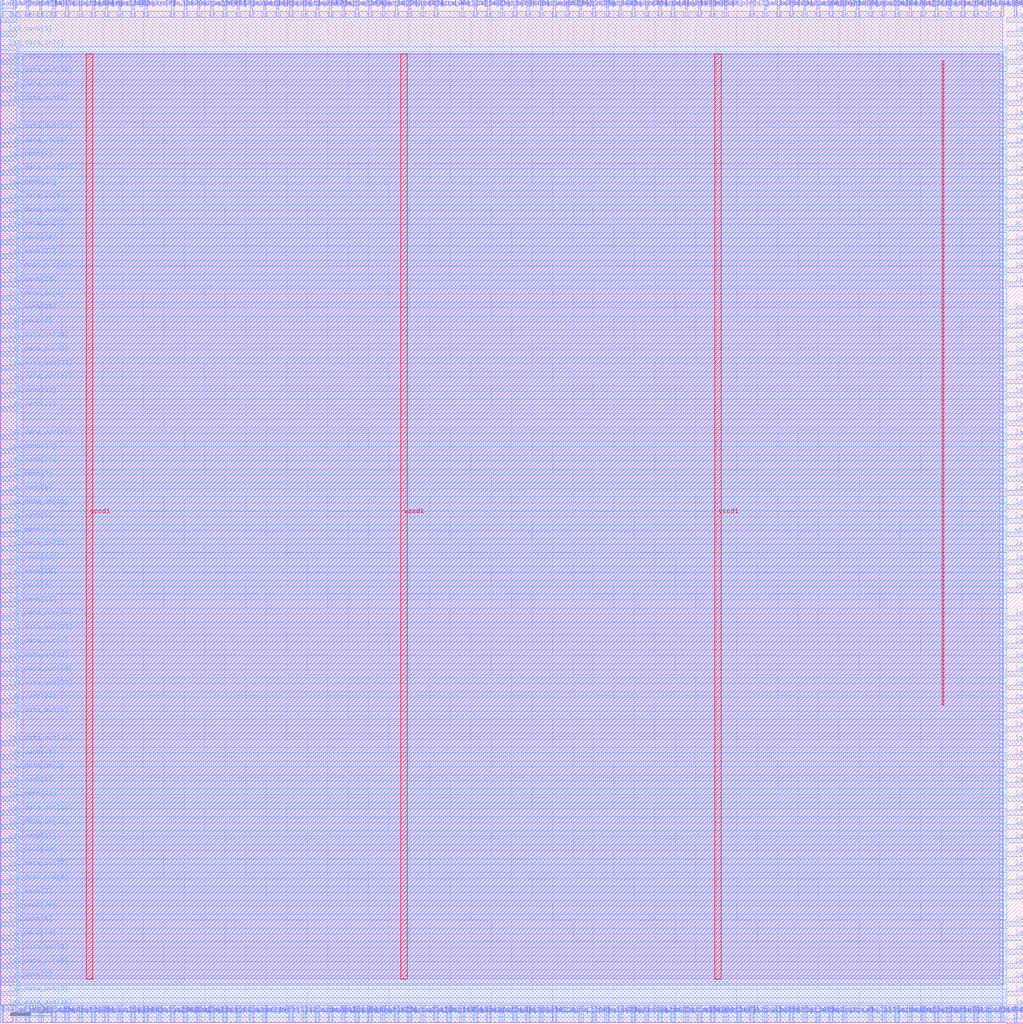
<source format=lef>
VERSION 5.7 ;
  NOWIREEXTENSIONATPIN ON ;
  DIVIDERCHAR "/" ;
  BUSBITCHARS "[]" ;
MACRO wrapped_instrumented_adder
  CLASS BLOCK ;
  FOREIGN wrapped_instrumented_adder ;
  ORIGIN 0.000 0.000 ;
  SIZE 250.000 BY 250.000 ;
  PIN active
    DIRECTION INPUT ;
    USE SIGNAL ;
    PORT
      LAYER met3 ;
        RECT 246.000 193.540 250.000 194.740 ;
    END
  END active
  PIN la1_data_in[0]
    DIRECTION INPUT ;
    USE SIGNAL ;
    PORT
      LAYER met2 ;
        RECT 64.350 246.000 64.910 250.000 ;
    END
  END la1_data_in[0]
  PIN la1_data_in[10]
    DIRECTION INPUT ;
    USE SIGNAL ;
    PORT
      LAYER met3 ;
        RECT 0.000 162.940 4.000 164.140 ;
    END
  END la1_data_in[10]
  PIN la1_data_in[11]
    DIRECTION INPUT ;
    USE SIGNAL ;
    PORT
      LAYER met3 ;
        RECT 0.000 125.540 4.000 126.740 ;
    END
  END la1_data_in[11]
  PIN la1_data_in[12]
    DIRECTION INPUT ;
    USE SIGNAL ;
    PORT
      LAYER met2 ;
        RECT 12.830 246.000 13.390 250.000 ;
    END
  END la1_data_in[12]
  PIN la1_data_in[13]
    DIRECTION INPUT ;
    USE SIGNAL ;
    PORT
      LAYER met3 ;
        RECT 246.000 169.740 250.000 170.940 ;
    END
  END la1_data_in[13]
  PIN la1_data_in[14]
    DIRECTION INPUT ;
    USE SIGNAL ;
    PORT
      LAYER met2 ;
        RECT 148.070 0.000 148.630 4.000 ;
    END
  END la1_data_in[14]
  PIN la1_data_in[15]
    DIRECTION INPUT ;
    USE SIGNAL ;
    PORT
      LAYER met2 ;
        RECT 77.230 0.000 77.790 4.000 ;
    END
  END la1_data_in[15]
  PIN la1_data_in[16]
    DIRECTION INPUT ;
    USE SIGNAL ;
    PORT
      LAYER met2 ;
        RECT 148.070 246.000 148.630 250.000 ;
    END
  END la1_data_in[16]
  PIN la1_data_in[17]
    DIRECTION INPUT ;
    USE SIGNAL ;
    PORT
      LAYER met2 ;
        RECT 93.330 246.000 93.890 250.000 ;
    END
  END la1_data_in[17]
  PIN la1_data_in[18]
    DIRECTION INPUT ;
    USE SIGNAL ;
    PORT
      LAYER met3 ;
        RECT 0.000 166.340 4.000 167.540 ;
    END
  END la1_data_in[18]
  PIN la1_data_in[19]
    DIRECTION INPUT ;
    USE SIGNAL ;
    PORT
      LAYER met3 ;
        RECT 246.000 20.140 250.000 21.340 ;
    END
  END la1_data_in[19]
  PIN la1_data_in[1]
    DIRECTION INPUT ;
    USE SIGNAL ;
    PORT
      LAYER met2 ;
        RECT 109.430 0.000 109.990 4.000 ;
    END
  END la1_data_in[1]
  PIN la1_data_in[20]
    DIRECTION INPUT ;
    USE SIGNAL ;
    PORT
      LAYER met2 ;
        RECT 180.270 0.000 180.830 4.000 ;
    END
  END la1_data_in[20]
  PIN la1_data_in[21]
    DIRECTION INPUT ;
    USE SIGNAL ;
    PORT
      LAYER met3 ;
        RECT 246.000 47.340 250.000 48.540 ;
    END
  END la1_data_in[21]
  PIN la1_data_in[22]
    DIRECTION INPUT ;
    USE SIGNAL ;
    PORT
      LAYER met2 ;
        RECT 235.010 0.000 235.570 4.000 ;
    END
  END la1_data_in[22]
  PIN la1_data_in[23]
    DIRECTION INPUT ;
    USE SIGNAL ;
    PORT
      LAYER met2 ;
        RECT 218.910 0.000 219.470 4.000 ;
    END
  END la1_data_in[23]
  PIN la1_data_in[24]
    DIRECTION INPUT ;
    USE SIGNAL ;
    PORT
      LAYER met3 ;
        RECT 246.000 3.140 250.000 4.340 ;
    END
  END la1_data_in[24]
  PIN la1_data_in[25]
    DIRECTION INPUT ;
    USE SIGNAL ;
    PORT
      LAYER met2 ;
        RECT 241.450 0.000 242.010 4.000 ;
    END
  END la1_data_in[25]
  PIN la1_data_in[26]
    DIRECTION INPUT ;
    USE SIGNAL ;
    PORT
      LAYER met3 ;
        RECT 0.000 213.940 4.000 215.140 ;
    END
  END la1_data_in[26]
  PIN la1_data_in[27]
    DIRECTION INPUT ;
    USE SIGNAL ;
    PORT
      LAYER met3 ;
        RECT 246.000 230.940 250.000 232.140 ;
    END
  END la1_data_in[27]
  PIN la1_data_in[28]
    DIRECTION INPUT ;
    USE SIGNAL ;
    PORT
      LAYER met3 ;
        RECT 246.000 145.940 250.000 147.140 ;
    END
  END la1_data_in[28]
  PIN la1_data_in[29]
    DIRECTION INPUT ;
    USE SIGNAL ;
    PORT
      LAYER met3 ;
        RECT 246.000 115.340 250.000 116.540 ;
    END
  END la1_data_in[29]
  PIN la1_data_in[2]
    DIRECTION INPUT ;
    USE SIGNAL ;
    PORT
      LAYER met2 ;
        RECT 25.710 0.000 26.270 4.000 ;
    END
  END la1_data_in[2]
  PIN la1_data_in[30]
    DIRECTION INPUT ;
    USE SIGNAL ;
    PORT
      LAYER met3 ;
        RECT 246.000 37.140 250.000 38.340 ;
    END
  END la1_data_in[30]
  PIN la1_data_in[31]
    DIRECTION INPUT ;
    USE SIGNAL ;
    PORT
      LAYER met2 ;
        RECT 9.610 246.000 10.170 250.000 ;
    END
  END la1_data_in[31]
  PIN la1_data_in[3]
    DIRECTION INPUT ;
    USE SIGNAL ;
    PORT
      LAYER met2 ;
        RECT 206.030 0.000 206.590 4.000 ;
    END
  END la1_data_in[3]
  PIN la1_data_in[4]
    DIRECTION INPUT ;
    USE SIGNAL ;
    PORT
      LAYER met2 ;
        RECT 199.590 0.000 200.150 4.000 ;
    END
  END la1_data_in[4]
  PIN la1_data_in[5]
    DIRECTION INPUT ;
    USE SIGNAL ;
    PORT
      LAYER met3 ;
        RECT 246.000 166.340 250.000 167.540 ;
    END
  END la1_data_in[5]
  PIN la1_data_in[6]
    DIRECTION INPUT ;
    USE SIGNAL ;
    PORT
      LAYER met3 ;
        RECT 246.000 43.940 250.000 45.140 ;
    END
  END la1_data_in[6]
  PIN la1_data_in[7]
    DIRECTION INPUT ;
    USE SIGNAL ;
    PORT
      LAYER met3 ;
        RECT 0.000 193.540 4.000 194.740 ;
    END
  END la1_data_in[7]
  PIN la1_data_in[8]
    DIRECTION INPUT ;
    USE SIGNAL ;
    PORT
      LAYER met2 ;
        RECT 196.370 0.000 196.930 4.000 ;
    END
  END la1_data_in[8]
  PIN la1_data_in[9]
    DIRECTION INPUT ;
    USE SIGNAL ;
    PORT
      LAYER met2 ;
        RECT 177.050 0.000 177.610 4.000 ;
    END
  END la1_data_in[9]
  PIN la1_data_out[0]
    DIRECTION INOUT ;
    USE SIGNAL ;
    PORT
      LAYER met3 ;
        RECT 0.000 224.140 4.000 225.340 ;
    END
  END la1_data_out[0]
  PIN la1_data_out[10]
    DIRECTION INOUT ;
    USE SIGNAL ;
    PORT
      LAYER met2 ;
        RECT 160.950 246.000 161.510 250.000 ;
    END
  END la1_data_out[10]
  PIN la1_data_out[11]
    DIRECTION INOUT ;
    USE SIGNAL ;
    PORT
      LAYER met2 ;
        RECT 99.770 0.000 100.330 4.000 ;
    END
  END la1_data_out[11]
  PIN la1_data_out[12]
    DIRECTION INOUT ;
    USE SIGNAL ;
    PORT
      LAYER met3 ;
        RECT 246.000 190.140 250.000 191.340 ;
    END
  END la1_data_out[12]
  PIN la1_data_out[13]
    DIRECTION INOUT ;
    USE SIGNAL ;
    PORT
      LAYER met3 ;
        RECT 246.000 139.140 250.000 140.340 ;
    END
  END la1_data_out[13]
  PIN la1_data_out[14]
    DIRECTION INOUT ;
    USE SIGNAL ;
    PORT
      LAYER met2 ;
        RECT 106.210 246.000 106.770 250.000 ;
    END
  END la1_data_out[14]
  PIN la1_data_out[15]
    DIRECTION INOUT ;
    USE SIGNAL ;
    PORT
      LAYER met2 ;
        RECT 54.690 0.000 55.250 4.000 ;
    END
  END la1_data_out[15]
  PIN la1_data_out[16]
    DIRECTION INOUT ;
    USE SIGNAL ;
    PORT
      LAYER met2 ;
        RECT 125.530 246.000 126.090 250.000 ;
    END
  END la1_data_out[16]
  PIN la1_data_out[17]
    DIRECTION INOUT ;
    USE SIGNAL ;
    PORT
      LAYER met2 ;
        RECT 54.690 246.000 55.250 250.000 ;
    END
  END la1_data_out[17]
  PIN la1_data_out[18]
    DIRECTION INOUT ;
    USE SIGNAL ;
    PORT
      LAYER met2 ;
        RECT 128.750 246.000 129.310 250.000 ;
    END
  END la1_data_out[18]
  PIN la1_data_out[19]
    DIRECTION INOUT ;
    USE SIGNAL ;
    PORT
      LAYER met3 ;
        RECT 246.000 81.340 250.000 82.540 ;
    END
  END la1_data_out[19]
  PIN la1_data_out[1]
    DIRECTION INOUT ;
    USE SIGNAL ;
    PORT
      LAYER met3 ;
        RECT 0.000 91.540 4.000 92.740 ;
    END
  END la1_data_out[1]
  PIN la1_data_out[20]
    DIRECTION INOUT ;
    USE SIGNAL ;
    PORT
      LAYER met3 ;
        RECT 0.000 230.940 4.000 232.140 ;
    END
  END la1_data_out[20]
  PIN la1_data_out[21]
    DIRECTION INOUT ;
    USE SIGNAL ;
    PORT
      LAYER met2 ;
        RECT 167.390 0.000 167.950 4.000 ;
    END
  END la1_data_out[21]
  PIN la1_data_out[22]
    DIRECTION INOUT ;
    USE SIGNAL ;
    PORT
      LAYER met2 ;
        RECT 19.270 246.000 19.830 250.000 ;
    END
  END la1_data_out[22]
  PIN la1_data_out[23]
    DIRECTION INOUT ;
    USE SIGNAL ;
    PORT
      LAYER met3 ;
        RECT 0.000 159.540 4.000 160.740 ;
    END
  END la1_data_out[23]
  PIN la1_data_out[24]
    DIRECTION INOUT ;
    USE SIGNAL ;
    PORT
      LAYER met2 ;
        RECT 215.690 0.000 216.250 4.000 ;
    END
  END la1_data_out[24]
  PIN la1_data_out[25]
    DIRECTION INOUT ;
    USE SIGNAL ;
    PORT
      LAYER met2 ;
        RECT 235.010 246.000 235.570 250.000 ;
    END
  END la1_data_out[25]
  PIN la1_data_out[26]
    DIRECTION INOUT ;
    USE SIGNAL ;
    PORT
      LAYER met3 ;
        RECT 246.000 237.740 250.000 238.940 ;
    END
  END la1_data_out[26]
  PIN la1_data_out[27]
    DIRECTION INOUT ;
    USE SIGNAL ;
    PORT
      LAYER met3 ;
        RECT 246.000 105.140 250.000 106.340 ;
    END
  END la1_data_out[27]
  PIN la1_data_out[28]
    DIRECTION INOUT ;
    USE SIGNAL ;
    PORT
      LAYER met3 ;
        RECT 246.000 207.140 250.000 208.340 ;
    END
  END la1_data_out[28]
  PIN la1_data_out[29]
    DIRECTION INOUT ;
    USE SIGNAL ;
    PORT
      LAYER met2 ;
        RECT 193.150 246.000 193.710 250.000 ;
    END
  END la1_data_out[29]
  PIN la1_data_out[2]
    DIRECTION INOUT ;
    USE SIGNAL ;
    PORT
      LAYER met2 ;
        RECT 225.350 0.000 225.910 4.000 ;
    END
  END la1_data_out[2]
  PIN la1_data_out[30]
    DIRECTION INOUT ;
    USE SIGNAL ;
    PORT
      LAYER met2 ;
        RECT 38.590 0.000 39.150 4.000 ;
    END
  END la1_data_out[30]
  PIN la1_data_out[31]
    DIRECTION INOUT ;
    USE SIGNAL ;
    PORT
      LAYER met2 ;
        RECT 212.470 246.000 213.030 250.000 ;
    END
  END la1_data_out[31]
  PIN la1_data_out[3]
    DIRECTION INOUT ;
    USE SIGNAL ;
    PORT
      LAYER met2 ;
        RECT 86.890 0.000 87.450 4.000 ;
    END
  END la1_data_out[3]
  PIN la1_data_out[4]
    DIRECTION INOUT ;
    USE SIGNAL ;
    PORT
      LAYER met3 ;
        RECT 246.000 128.940 250.000 130.140 ;
    END
  END la1_data_out[4]
  PIN la1_data_out[5]
    DIRECTION INOUT ;
    USE SIGNAL ;
    PORT
      LAYER met2 ;
        RECT 19.270 0.000 19.830 4.000 ;
    END
  END la1_data_out[5]
  PIN la1_data_out[6]
    DIRECTION INOUT ;
    USE SIGNAL ;
    PORT
      LAYER met3 ;
        RECT 246.000 196.940 250.000 198.140 ;
    END
  END la1_data_out[6]
  PIN la1_data_out[7]
    DIRECTION INOUT ;
    USE SIGNAL ;
    PORT
      LAYER met2 ;
        RECT 135.190 246.000 135.750 250.000 ;
    END
  END la1_data_out[7]
  PIN la1_data_out[8]
    DIRECTION INOUT ;
    USE SIGNAL ;
    PORT
      LAYER met2 ;
        RECT 199.590 246.000 200.150 250.000 ;
    END
  END la1_data_out[8]
  PIN la1_data_out[9]
    DIRECTION INOUT ;
    USE SIGNAL ;
    PORT
      LAYER met3 ;
        RECT 246.000 60.940 250.000 62.140 ;
    END
  END la1_data_out[9]
  PIN la1_oenb[0]
    DIRECTION INPUT ;
    USE SIGNAL ;
    PORT
      LAYER met2 ;
        RECT 74.010 246.000 74.570 250.000 ;
    END
  END la1_oenb[0]
  PIN la1_oenb[10]
    DIRECTION INPUT ;
    USE SIGNAL ;
    PORT
      LAYER met3 ;
        RECT 246.000 98.340 250.000 99.540 ;
    END
  END la1_oenb[10]
  PIN la1_oenb[11]
    DIRECTION INPUT ;
    USE SIGNAL ;
    PORT
      LAYER met3 ;
        RECT 246.000 67.740 250.000 68.940 ;
    END
  END la1_oenb[11]
  PIN la1_oenb[12]
    DIRECTION INPUT ;
    USE SIGNAL ;
    PORT
      LAYER met3 ;
        RECT 246.000 135.740 250.000 136.940 ;
    END
  END la1_oenb[12]
  PIN la1_oenb[13]
    DIRECTION INPUT ;
    USE SIGNAL ;
    PORT
      LAYER met2 ;
        RECT 64.350 0.000 64.910 4.000 ;
    END
  END la1_oenb[13]
  PIN la1_oenb[14]
    DIRECTION INPUT ;
    USE SIGNAL ;
    PORT
      LAYER met3 ;
        RECT 246.000 217.340 250.000 218.540 ;
    END
  END la1_oenb[14]
  PIN la1_oenb[15]
    DIRECTION INPUT ;
    USE SIGNAL ;
    PORT
      LAYER met2 ;
        RECT 96.550 246.000 97.110 250.000 ;
    END
  END la1_oenb[15]
  PIN la1_oenb[16]
    DIRECTION INPUT ;
    USE SIGNAL ;
    PORT
      LAYER met2 ;
        RECT 122.310 246.000 122.870 250.000 ;
    END
  END la1_oenb[16]
  PIN la1_oenb[17]
    DIRECTION INPUT ;
    USE SIGNAL ;
    PORT
      LAYER met3 ;
        RECT 0.000 43.940 4.000 45.140 ;
    END
  END la1_oenb[17]
  PIN la1_oenb[18]
    DIRECTION INPUT ;
    USE SIGNAL ;
    PORT
      LAYER met2 ;
        RECT 131.970 246.000 132.530 250.000 ;
    END
  END la1_oenb[18]
  PIN la1_oenb[19]
    DIRECTION INPUT ;
    USE SIGNAL ;
    PORT
      LAYER met3 ;
        RECT 246.000 23.540 250.000 24.740 ;
    END
  END la1_oenb[19]
  PIN la1_oenb[1]
    DIRECTION INPUT ;
    USE SIGNAL ;
    PORT
      LAYER met3 ;
        RECT 246.000 241.140 250.000 242.340 ;
    END
  END la1_oenb[1]
  PIN la1_oenb[20]
    DIRECTION INPUT ;
    USE SIGNAL ;
    PORT
      LAYER met2 ;
        RECT 106.210 0.000 106.770 4.000 ;
    END
  END la1_oenb[20]
  PIN la1_oenb[21]
    DIRECTION INPUT ;
    USE SIGNAL ;
    PORT
      LAYER met2 ;
        RECT 112.650 246.000 113.210 250.000 ;
    END
  END la1_oenb[21]
  PIN la1_oenb[22]
    DIRECTION INPUT ;
    USE SIGNAL ;
    PORT
      LAYER met2 ;
        RECT 61.130 0.000 61.690 4.000 ;
    END
  END la1_oenb[22]
  PIN la1_oenb[23]
    DIRECTION INPUT ;
    USE SIGNAL ;
    PORT
      LAYER met3 ;
        RECT 0.000 247.940 4.000 249.140 ;
    END
  END la1_oenb[23]
  PIN la1_oenb[24]
    DIRECTION INPUT ;
    USE SIGNAL ;
    PORT
      LAYER met2 ;
        RECT 247.890 0.000 248.450 4.000 ;
    END
  END la1_oenb[24]
  PIN la1_oenb[25]
    DIRECTION INPUT ;
    USE SIGNAL ;
    PORT
      LAYER met3 ;
        RECT 0.000 26.940 4.000 28.140 ;
    END
  END la1_oenb[25]
  PIN la1_oenb[26]
    DIRECTION INPUT ;
    USE SIGNAL ;
    PORT
      LAYER met3 ;
        RECT 0.000 173.140 4.000 174.340 ;
    END
  END la1_oenb[26]
  PIN la1_oenb[27]
    DIRECTION INPUT ;
    USE SIGNAL ;
    PORT
      LAYER met3 ;
        RECT 0.000 186.740 4.000 187.940 ;
    END
  END la1_oenb[27]
  PIN la1_oenb[28]
    DIRECTION INPUT ;
    USE SIGNAL ;
    PORT
      LAYER met3 ;
        RECT 0.000 40.540 4.000 41.740 ;
    END
  END la1_oenb[28]
  PIN la1_oenb[29]
    DIRECTION INPUT ;
    USE SIGNAL ;
    PORT
      LAYER met3 ;
        RECT 246.000 71.140 250.000 72.340 ;
    END
  END la1_oenb[29]
  PIN la1_oenb[2]
    DIRECTION INPUT ;
    USE SIGNAL ;
    PORT
      LAYER met3 ;
        RECT 0.000 169.740 4.000 170.940 ;
    END
  END la1_oenb[2]
  PIN la1_oenb[30]
    DIRECTION INPUT ;
    USE SIGNAL ;
    PORT
      LAYER met3 ;
        RECT 246.000 152.740 250.000 153.940 ;
    END
  END la1_oenb[30]
  PIN la1_oenb[31]
    DIRECTION INPUT ;
    USE SIGNAL ;
    PORT
      LAYER met2 ;
        RECT 25.710 246.000 26.270 250.000 ;
    END
  END la1_oenb[31]
  PIN la1_oenb[3]
    DIRECTION INPUT ;
    USE SIGNAL ;
    PORT
      LAYER met2 ;
        RECT 57.910 0.000 58.470 4.000 ;
    END
  END la1_oenb[3]
  PIN la1_oenb[4]
    DIRECTION INPUT ;
    USE SIGNAL ;
    PORT
      LAYER met2 ;
        RECT 28.930 0.000 29.490 4.000 ;
    END
  END la1_oenb[4]
  PIN la1_oenb[5]
    DIRECTION INPUT ;
    USE SIGNAL ;
    PORT
      LAYER met2 ;
        RECT 83.670 246.000 84.230 250.000 ;
    END
  END la1_oenb[5]
  PIN la1_oenb[6]
    DIRECTION INPUT ;
    USE SIGNAL ;
    PORT
      LAYER met3 ;
        RECT 0.000 23.540 4.000 24.740 ;
    END
  END la1_oenb[6]
  PIN la1_oenb[7]
    DIRECTION INPUT ;
    USE SIGNAL ;
    PORT
      LAYER met3 ;
        RECT 246.000 213.940 250.000 215.140 ;
    END
  END la1_oenb[7]
  PIN la1_oenb[8]
    DIRECTION INPUT ;
    USE SIGNAL ;
    PORT
      LAYER met3 ;
        RECT 0.000 122.140 4.000 123.340 ;
    END
  END la1_oenb[8]
  PIN la1_oenb[9]
    DIRECTION INPUT ;
    USE SIGNAL ;
    PORT
      LAYER met2 ;
        RECT 228.570 0.000 229.130 4.000 ;
    END
  END la1_oenb[9]
  PIN la2_data_in[0]
    DIRECTION INPUT ;
    USE SIGNAL ;
    PORT
      LAYER met3 ;
        RECT 0.000 237.740 4.000 238.940 ;
    END
  END la2_data_in[0]
  PIN la2_data_in[10]
    DIRECTION INPUT ;
    USE SIGNAL ;
    PORT
      LAYER met2 ;
        RECT 12.830 0.000 13.390 4.000 ;
    END
  END la2_data_in[10]
  PIN la2_data_in[11]
    DIRECTION INPUT ;
    USE SIGNAL ;
    PORT
      LAYER met3 ;
        RECT 0.000 88.140 4.000 89.340 ;
    END
  END la2_data_in[11]
  PIN la2_data_in[12]
    DIRECTION INPUT ;
    USE SIGNAL ;
    PORT
      LAYER met2 ;
        RECT 218.910 246.000 219.470 250.000 ;
    END
  END la2_data_in[12]
  PIN la2_data_in[13]
    DIRECTION INPUT ;
    USE SIGNAL ;
    PORT
      LAYER met3 ;
        RECT 0.000 115.340 4.000 116.540 ;
    END
  END la2_data_in[13]
  PIN la2_data_in[14]
    DIRECTION INPUT ;
    USE SIGNAL ;
    PORT
      LAYER met2 ;
        RECT 80.450 0.000 81.010 4.000 ;
    END
  END la2_data_in[14]
  PIN la2_data_in[15]
    DIRECTION INPUT ;
    USE SIGNAL ;
    PORT
      LAYER met2 ;
        RECT 238.230 246.000 238.790 250.000 ;
    END
  END la2_data_in[15]
  PIN la2_data_in[16]
    DIRECTION INPUT ;
    USE SIGNAL ;
    PORT
      LAYER met3 ;
        RECT 246.000 -0.260 250.000 0.940 ;
    END
  END la2_data_in[16]
  PIN la2_data_in[17]
    DIRECTION INPUT ;
    USE SIGNAL ;
    PORT
      LAYER met3 ;
        RECT 246.000 159.540 250.000 160.740 ;
    END
  END la2_data_in[17]
  PIN la2_data_in[18]
    DIRECTION INPUT ;
    USE SIGNAL ;
    PORT
      LAYER met2 ;
        RECT 45.030 246.000 45.590 250.000 ;
    END
  END la2_data_in[18]
  PIN la2_data_in[19]
    DIRECTION INPUT ;
    USE SIGNAL ;
    PORT
      LAYER met3 ;
        RECT 246.000 6.540 250.000 7.740 ;
    END
  END la2_data_in[19]
  PIN la2_data_in[1]
    DIRECTION INPUT ;
    USE SIGNAL ;
    PORT
      LAYER met3 ;
        RECT 246.000 108.540 250.000 109.740 ;
    END
  END la2_data_in[1]
  PIN la2_data_in[20]
    DIRECTION INPUT ;
    USE SIGNAL ;
    PORT
      LAYER met2 ;
        RECT 41.810 0.000 42.370 4.000 ;
    END
  END la2_data_in[20]
  PIN la2_data_in[21]
    DIRECTION INPUT ;
    USE SIGNAL ;
    PORT
      LAYER met2 ;
        RECT 141.630 0.000 142.190 4.000 ;
    END
  END la2_data_in[21]
  PIN la2_data_in[22]
    DIRECTION INPUT ;
    USE SIGNAL ;
    PORT
      LAYER met2 ;
        RECT 61.130 246.000 61.690 250.000 ;
    END
  END la2_data_in[22]
  PIN la2_data_in[23]
    DIRECTION INPUT ;
    USE SIGNAL ;
    PORT
      LAYER met2 ;
        RECT 228.570 246.000 229.130 250.000 ;
    END
  END la2_data_in[23]
  PIN la2_data_in[24]
    DIRECTION INPUT ;
    USE SIGNAL ;
    PORT
      LAYER met2 ;
        RECT 80.450 246.000 81.010 250.000 ;
    END
  END la2_data_in[24]
  PIN la2_data_in[25]
    DIRECTION INPUT ;
    USE SIGNAL ;
    PORT
      LAYER met2 ;
        RECT 102.990 0.000 103.550 4.000 ;
    END
  END la2_data_in[25]
  PIN la2_data_in[26]
    DIRECTION INPUT ;
    USE SIGNAL ;
    PORT
      LAYER met2 ;
        RECT 99.770 246.000 100.330 250.000 ;
    END
  END la2_data_in[26]
  PIN la2_data_in[27]
    DIRECTION INPUT ;
    USE SIGNAL ;
    PORT
      LAYER met2 ;
        RECT 231.790 0.000 232.350 4.000 ;
    END
  END la2_data_in[27]
  PIN la2_data_in[28]
    DIRECTION INPUT ;
    USE SIGNAL ;
    PORT
      LAYER met2 ;
        RECT 67.570 246.000 68.130 250.000 ;
    END
  END la2_data_in[28]
  PIN la2_data_in[29]
    DIRECTION INPUT ;
    USE SIGNAL ;
    PORT
      LAYER met2 ;
        RECT 35.370 246.000 35.930 250.000 ;
    END
  END la2_data_in[29]
  PIN la2_data_in[2]
    DIRECTION INPUT ;
    USE SIGNAL ;
    PORT
      LAYER met3 ;
        RECT 0.000 60.940 4.000 62.140 ;
    END
  END la2_data_in[2]
  PIN la2_data_in[30]
    DIRECTION INPUT ;
    USE SIGNAL ;
    PORT
      LAYER met3 ;
        RECT 246.000 16.740 250.000 17.940 ;
    END
  END la2_data_in[30]
  PIN la2_data_in[31]
    DIRECTION INPUT ;
    USE SIGNAL ;
    PORT
      LAYER met2 ;
        RECT 122.310 0.000 122.870 4.000 ;
    END
  END la2_data_in[31]
  PIN la2_data_in[3]
    DIRECTION INPUT ;
    USE SIGNAL ;
    PORT
      LAYER met2 ;
        RECT 196.370 246.000 196.930 250.000 ;
    END
  END la2_data_in[3]
  PIN la2_data_in[4]
    DIRECTION INPUT ;
    USE SIGNAL ;
    PORT
      LAYER met2 ;
        RECT 154.510 246.000 155.070 250.000 ;
    END
  END la2_data_in[4]
  PIN la2_data_in[5]
    DIRECTION INPUT ;
    USE SIGNAL ;
    PORT
      LAYER met2 ;
        RECT 222.130 246.000 222.690 250.000 ;
    END
  END la2_data_in[5]
  PIN la2_data_in[6]
    DIRECTION INPUT ;
    USE SIGNAL ;
    PORT
      LAYER met2 ;
        RECT 135.190 0.000 135.750 4.000 ;
    END
  END la2_data_in[6]
  PIN la2_data_in[7]
    DIRECTION INPUT ;
    USE SIGNAL ;
    PORT
      LAYER met2 ;
        RECT 189.930 0.000 190.490 4.000 ;
    END
  END la2_data_in[7]
  PIN la2_data_in[8]
    DIRECTION INPUT ;
    USE SIGNAL ;
    PORT
      LAYER met2 ;
        RECT 57.910 246.000 58.470 250.000 ;
    END
  END la2_data_in[8]
  PIN la2_data_in[9]
    DIRECTION INPUT ;
    USE SIGNAL ;
    PORT
      LAYER met3 ;
        RECT 0.000 200.340 4.000 201.540 ;
    END
  END la2_data_in[9]
  PIN la2_data_out[0]
    DIRECTION INOUT ;
    USE SIGNAL ;
    PORT
      LAYER met3 ;
        RECT 246.000 132.340 250.000 133.540 ;
    END
  END la2_data_out[0]
  PIN la2_data_out[10]
    DIRECTION INOUT ;
    USE SIGNAL ;
    PORT
      LAYER met3 ;
        RECT 246.000 156.140 250.000 157.340 ;
    END
  END la2_data_out[10]
  PIN la2_data_out[11]
    DIRECTION INOUT ;
    USE SIGNAL ;
    PORT
      LAYER met2 ;
        RECT -0.050 246.000 0.510 250.000 ;
    END
  END la2_data_out[11]
  PIN la2_data_out[12]
    DIRECTION INOUT ;
    USE SIGNAL ;
    PORT
      LAYER met3 ;
        RECT 0.000 50.740 4.000 51.940 ;
    END
  END la2_data_out[12]
  PIN la2_data_out[13]
    DIRECTION INOUT ;
    USE SIGNAL ;
    PORT
      LAYER met2 ;
        RECT 160.950 0.000 161.510 4.000 ;
    END
  END la2_data_out[13]
  PIN la2_data_out[14]
    DIRECTION INOUT ;
    USE SIGNAL ;
    PORT
      LAYER met3 ;
        RECT 0.000 217.340 4.000 218.540 ;
    END
  END la2_data_out[14]
  PIN la2_data_out[15]
    DIRECTION INOUT ;
    USE SIGNAL ;
    PORT
      LAYER met3 ;
        RECT 0.000 196.940 4.000 198.140 ;
    END
  END la2_data_out[15]
  PIN la2_data_out[16]
    DIRECTION INOUT ;
    USE SIGNAL ;
    PORT
      LAYER met2 ;
        RECT 77.230 246.000 77.790 250.000 ;
    END
  END la2_data_out[16]
  PIN la2_data_out[17]
    DIRECTION INOUT ;
    USE SIGNAL ;
    PORT
      LAYER met2 ;
        RECT 86.890 246.000 87.450 250.000 ;
    END
  END la2_data_out[17]
  PIN la2_data_out[18]
    DIRECTION INOUT ;
    USE SIGNAL ;
    PORT
      LAYER met3 ;
        RECT 0.000 84.740 4.000 85.940 ;
    END
  END la2_data_out[18]
  PIN la2_data_out[19]
    DIRECTION INOUT ;
    USE SIGNAL ;
    PORT
      LAYER met2 ;
        RECT 41.810 246.000 42.370 250.000 ;
    END
  END la2_data_out[19]
  PIN la2_data_out[1]
    DIRECTION INOUT ;
    USE SIGNAL ;
    PORT
      LAYER met3 ;
        RECT 246.000 234.340 250.000 235.540 ;
    END
  END la2_data_out[1]
  PIN la2_data_out[20]
    DIRECTION INOUT ;
    USE SIGNAL ;
    PORT
      LAYER met3 ;
        RECT 0.000 67.740 4.000 68.940 ;
    END
  END la2_data_out[20]
  PIN la2_data_out[21]
    DIRECTION INOUT ;
    USE SIGNAL ;
    PORT
      LAYER met2 ;
        RECT 93.330 0.000 93.890 4.000 ;
    END
  END la2_data_out[21]
  PIN la2_data_out[22]
    DIRECTION INOUT ;
    USE SIGNAL ;
    PORT
      LAYER met3 ;
        RECT 246.000 149.340 250.000 150.540 ;
    END
  END la2_data_out[22]
  PIN la2_data_out[23]
    DIRECTION INOUT ;
    USE SIGNAL ;
    PORT
      LAYER met3 ;
        RECT 0.000 142.540 4.000 143.740 ;
    END
  END la2_data_out[23]
  PIN la2_data_out[24]
    DIRECTION INOUT ;
    USE SIGNAL ;
    PORT
      LAYER met3 ;
        RECT 0.000 98.340 4.000 99.540 ;
    END
  END la2_data_out[24]
  PIN la2_data_out[25]
    DIRECTION INOUT ;
    USE SIGNAL ;
    PORT
      LAYER met2 ;
        RECT 206.030 246.000 206.590 250.000 ;
    END
  END la2_data_out[25]
  PIN la2_data_out[26]
    DIRECTION INOUT ;
    USE SIGNAL ;
    PORT
      LAYER met2 ;
        RECT 96.550 0.000 97.110 4.000 ;
    END
  END la2_data_out[26]
  PIN la2_data_out[27]
    DIRECTION INOUT ;
    USE SIGNAL ;
    PORT
      LAYER met2 ;
        RECT 189.930 246.000 190.490 250.000 ;
    END
  END la2_data_out[27]
  PIN la2_data_out[28]
    DIRECTION INOUT ;
    USE SIGNAL ;
    PORT
      LAYER met3 ;
        RECT 246.000 142.540 250.000 143.740 ;
    END
  END la2_data_out[28]
  PIN la2_data_out[29]
    DIRECTION INOUT ;
    USE SIGNAL ;
    PORT
      LAYER met2 ;
        RECT 212.470 0.000 213.030 4.000 ;
    END
  END la2_data_out[29]
  PIN la2_data_out[2]
    DIRECTION INOUT ;
    USE SIGNAL ;
    PORT
      LAYER met3 ;
        RECT 0.000 6.540 4.000 7.740 ;
    END
  END la2_data_out[2]
  PIN la2_data_out[30]
    DIRECTION INOUT ;
    USE SIGNAL ;
    PORT
      LAYER met3 ;
        RECT 0.000 234.340 4.000 235.540 ;
    END
  END la2_data_out[30]
  PIN la2_data_out[31]
    DIRECTION INOUT ;
    USE SIGNAL ;
    PORT
      LAYER met3 ;
        RECT 0.000 156.140 4.000 157.340 ;
    END
  END la2_data_out[31]
  PIN la2_data_out[3]
    DIRECTION INOUT ;
    USE SIGNAL ;
    PORT
      LAYER met3 ;
        RECT 0.000 16.740 4.000 17.940 ;
    END
  END la2_data_out[3]
  PIN la2_data_out[4]
    DIRECTION INOUT ;
    USE SIGNAL ;
    PORT
      LAYER met3 ;
        RECT 0.000 33.740 4.000 34.940 ;
    END
  END la2_data_out[4]
  PIN la2_data_out[5]
    DIRECTION INOUT ;
    USE SIGNAL ;
    PORT
      LAYER met2 ;
        RECT 154.510 0.000 155.070 4.000 ;
    END
  END la2_data_out[5]
  PIN la2_data_out[6]
    DIRECTION INOUT ;
    USE SIGNAL ;
    PORT
      LAYER met2 ;
        RECT 74.010 0.000 74.570 4.000 ;
    END
  END la2_data_out[6]
  PIN la2_data_out[7]
    DIRECTION INOUT ;
    USE SIGNAL ;
    PORT
      LAYER met3 ;
        RECT 0.000 37.140 4.000 38.340 ;
    END
  END la2_data_out[7]
  PIN la2_data_out[8]
    DIRECTION INOUT ;
    USE SIGNAL ;
    PORT
      LAYER met3 ;
        RECT 246.000 40.540 250.000 41.740 ;
    END
  END la2_data_out[8]
  PIN la2_data_out[9]
    DIRECTION INOUT ;
    USE SIGNAL ;
    PORT
      LAYER met3 ;
        RECT 246.000 77.940 250.000 79.140 ;
    END
  END la2_data_out[9]
  PIN la2_oenb[0]
    DIRECTION INPUT ;
    USE SIGNAL ;
    PORT
      LAYER met2 ;
        RECT 173.830 246.000 174.390 250.000 ;
    END
  END la2_oenb[0]
  PIN la2_oenb[10]
    DIRECTION INPUT ;
    USE SIGNAL ;
    PORT
      LAYER met3 ;
        RECT 0.000 118.740 4.000 119.940 ;
    END
  END la2_oenb[10]
  PIN la2_oenb[11]
    DIRECTION INPUT ;
    USE SIGNAL ;
    PORT
      LAYER met2 ;
        RECT 138.410 246.000 138.970 250.000 ;
    END
  END la2_oenb[11]
  PIN la2_oenb[12]
    DIRECTION INPUT ;
    USE SIGNAL ;
    PORT
      LAYER met3 ;
        RECT 246.000 74.540 250.000 75.740 ;
    END
  END la2_oenb[12]
  PIN la2_oenb[13]
    DIRECTION INPUT ;
    USE SIGNAL ;
    PORT
      LAYER met3 ;
        RECT 246.000 220.740 250.000 221.940 ;
    END
  END la2_oenb[13]
  PIN la2_oenb[14]
    DIRECTION INPUT ;
    USE SIGNAL ;
    PORT
      LAYER met3 ;
        RECT 0.000 190.140 4.000 191.340 ;
    END
  END la2_oenb[14]
  PIN la2_oenb[15]
    DIRECTION INPUT ;
    USE SIGNAL ;
    PORT
      LAYER met2 ;
        RECT 151.290 0.000 151.850 4.000 ;
    END
  END la2_oenb[15]
  PIN la2_oenb[16]
    DIRECTION INPUT ;
    USE SIGNAL ;
    PORT
      LAYER met3 ;
        RECT 246.000 183.340 250.000 184.540 ;
    END
  END la2_oenb[16]
  PIN la2_oenb[17]
    DIRECTION INPUT ;
    USE SIGNAL ;
    PORT
      LAYER met2 ;
        RECT 6.390 246.000 6.950 250.000 ;
    END
  END la2_oenb[17]
  PIN la2_oenb[18]
    DIRECTION INPUT ;
    USE SIGNAL ;
    PORT
      LAYER met3 ;
        RECT 0.000 20.140 4.000 21.340 ;
    END
  END la2_oenb[18]
  PIN la2_oenb[19]
    DIRECTION INPUT ;
    USE SIGNAL ;
    PORT
      LAYER met2 ;
        RECT 183.490 0.000 184.050 4.000 ;
    END
  END la2_oenb[19]
  PIN la2_oenb[1]
    DIRECTION INPUT ;
    USE SIGNAL ;
    PORT
      LAYER met2 ;
        RECT 177.050 246.000 177.610 250.000 ;
    END
  END la2_oenb[1]
  PIN la2_oenb[20]
    DIRECTION INPUT ;
    USE SIGNAL ;
    PORT
      LAYER met2 ;
        RECT 48.250 246.000 48.810 250.000 ;
    END
  END la2_oenb[20]
  PIN la2_oenb[21]
    DIRECTION INPUT ;
    USE SIGNAL ;
    PORT
      LAYER met3 ;
        RECT 0.000 54.140 4.000 55.340 ;
    END
  END la2_oenb[21]
  PIN la2_oenb[22]
    DIRECTION INPUT ;
    USE SIGNAL ;
    PORT
      LAYER met3 ;
        RECT 0.000 152.740 4.000 153.940 ;
    END
  END la2_oenb[22]
  PIN la2_oenb[23]
    DIRECTION INPUT ;
    USE SIGNAL ;
    PORT
      LAYER met3 ;
        RECT 246.000 88.140 250.000 89.340 ;
    END
  END la2_oenb[23]
  PIN la2_oenb[24]
    DIRECTION INPUT ;
    USE SIGNAL ;
    PORT
      LAYER met3 ;
        RECT 0.000 77.940 4.000 79.140 ;
    END
  END la2_oenb[24]
  PIN la2_oenb[25]
    DIRECTION INPUT ;
    USE SIGNAL ;
    PORT
      LAYER met2 ;
        RECT 193.150 0.000 193.710 4.000 ;
    END
  END la2_oenb[25]
  PIN la2_oenb[26]
    DIRECTION INPUT ;
    USE SIGNAL ;
    PORT
      LAYER met2 ;
        RECT 183.490 246.000 184.050 250.000 ;
    END
  END la2_oenb[26]
  PIN la2_oenb[27]
    DIRECTION INPUT ;
    USE SIGNAL ;
    PORT
      LAYER met3 ;
        RECT 0.000 139.140 4.000 140.340 ;
    END
  END la2_oenb[27]
  PIN la2_oenb[28]
    DIRECTION INPUT ;
    USE SIGNAL ;
    PORT
      LAYER met3 ;
        RECT 0.000 203.740 4.000 204.940 ;
    END
  END la2_oenb[28]
  PIN la2_oenb[29]
    DIRECTION INPUT ;
    USE SIGNAL ;
    PORT
      LAYER met2 ;
        RECT 167.390 246.000 167.950 250.000 ;
    END
  END la2_oenb[29]
  PIN la2_oenb[2]
    DIRECTION INPUT ;
    USE SIGNAL ;
    PORT
      LAYER met3 ;
        RECT 0.000 9.940 4.000 11.140 ;
    END
  END la2_oenb[2]
  PIN la2_oenb[30]
    DIRECTION INPUT ;
    USE SIGNAL ;
    PORT
      LAYER met3 ;
        RECT 0.000 135.740 4.000 136.940 ;
    END
  END la2_oenb[30]
  PIN la2_oenb[31]
    DIRECTION INPUT ;
    USE SIGNAL ;
    PORT
      LAYER met2 ;
        RECT 151.290 246.000 151.850 250.000 ;
    END
  END la2_oenb[31]
  PIN la2_oenb[3]
    DIRECTION INPUT ;
    USE SIGNAL ;
    PORT
      LAYER met2 ;
        RECT 3.170 246.000 3.730 250.000 ;
    END
  END la2_oenb[3]
  PIN la2_oenb[4]
    DIRECTION INPUT ;
    USE SIGNAL ;
    PORT
      LAYER met2 ;
        RECT 247.890 246.000 248.450 250.000 ;
    END
  END la2_oenb[4]
  PIN la2_oenb[5]
    DIRECTION INPUT ;
    USE SIGNAL ;
    PORT
      LAYER met3 ;
        RECT 0.000 105.140 4.000 106.340 ;
    END
  END la2_oenb[5]
  PIN la2_oenb[6]
    DIRECTION INPUT ;
    USE SIGNAL ;
    PORT
      LAYER met2 ;
        RECT 119.090 246.000 119.650 250.000 ;
    END
  END la2_oenb[6]
  PIN la2_oenb[7]
    DIRECTION INPUT ;
    USE SIGNAL ;
    PORT
      LAYER met3 ;
        RECT 0.000 132.340 4.000 133.540 ;
    END
  END la2_oenb[7]
  PIN la2_oenb[8]
    DIRECTION INPUT ;
    USE SIGNAL ;
    PORT
      LAYER met2 ;
        RECT 51.470 246.000 52.030 250.000 ;
    END
  END la2_oenb[8]
  PIN la2_oenb[9]
    DIRECTION INPUT ;
    USE SIGNAL ;
    PORT
      LAYER met3 ;
        RECT 0.000 128.940 4.000 130.140 ;
    END
  END la2_oenb[9]
  PIN la3_data_in[0]
    DIRECTION INPUT ;
    USE SIGNAL ;
    PORT
      LAYER met3 ;
        RECT 246.000 111.940 250.000 113.140 ;
    END
  END la3_data_in[0]
  PIN la3_data_in[10]
    DIRECTION INPUT ;
    USE SIGNAL ;
    PORT
      LAYER met2 ;
        RECT 131.970 0.000 132.530 4.000 ;
    END
  END la3_data_in[10]
  PIN la3_data_in[11]
    DIRECTION INPUT ;
    USE SIGNAL ;
    PORT
      LAYER met3 ;
        RECT 246.000 91.540 250.000 92.740 ;
    END
  END la3_data_in[11]
  PIN la3_data_in[12]
    DIRECTION INPUT ;
    USE SIGNAL ;
    PORT
      LAYER met3 ;
        RECT 246.000 30.340 250.000 31.540 ;
    END
  END la3_data_in[12]
  PIN la3_data_in[13]
    DIRECTION INPUT ;
    USE SIGNAL ;
    PORT
      LAYER met2 ;
        RECT 202.810 0.000 203.370 4.000 ;
    END
  END la3_data_in[13]
  PIN la3_data_in[14]
    DIRECTION INPUT ;
    USE SIGNAL ;
    PORT
      LAYER met2 ;
        RECT 231.790 246.000 232.350 250.000 ;
    END
  END la3_data_in[14]
  PIN la3_data_in[15]
    DIRECTION INPUT ;
    USE SIGNAL ;
    PORT
      LAYER met3 ;
        RECT 246.000 203.740 250.000 204.940 ;
    END
  END la3_data_in[15]
  PIN la3_data_in[16]
    DIRECTION INPUT ;
    USE SIGNAL ;
    PORT
      LAYER met2 ;
        RECT 119.090 0.000 119.650 4.000 ;
    END
  END la3_data_in[16]
  PIN la3_data_in[17]
    DIRECTION INPUT ;
    USE SIGNAL ;
    PORT
      LAYER met3 ;
        RECT 0.000 13.340 4.000 14.540 ;
    END
  END la3_data_in[17]
  PIN la3_data_in[18]
    DIRECTION INPUT ;
    USE SIGNAL ;
    PORT
      LAYER met3 ;
        RECT 246.000 13.340 250.000 14.540 ;
    END
  END la3_data_in[18]
  PIN la3_data_in[19]
    DIRECTION INPUT ;
    USE SIGNAL ;
    PORT
      LAYER met2 ;
        RECT 115.870 246.000 116.430 250.000 ;
    END
  END la3_data_in[19]
  PIN la3_data_in[1]
    DIRECTION INPUT ;
    USE SIGNAL ;
    PORT
      LAYER met2 ;
        RECT 115.870 0.000 116.430 4.000 ;
    END
  END la3_data_in[1]
  PIN la3_data_in[20]
    DIRECTION INPUT ;
    USE SIGNAL ;
    PORT
      LAYER met2 ;
        RECT 22.490 0.000 23.050 4.000 ;
    END
  END la3_data_in[20]
  PIN la3_data_in[21]
    DIRECTION INPUT ;
    USE SIGNAL ;
    PORT
      LAYER met2 ;
        RECT 157.730 246.000 158.290 250.000 ;
    END
  END la3_data_in[21]
  PIN la3_data_in[22]
    DIRECTION INPUT ;
    USE SIGNAL ;
    PORT
      LAYER met3 ;
        RECT 0.000 227.540 4.000 228.740 ;
    END
  END la3_data_in[22]
  PIN la3_data_in[23]
    DIRECTION INPUT ;
    USE SIGNAL ;
    PORT
      LAYER met3 ;
        RECT 0.000 47.340 4.000 48.540 ;
    END
  END la3_data_in[23]
  PIN la3_data_in[24]
    DIRECTION INPUT ;
    USE SIGNAL ;
    PORT
      LAYER met2 ;
        RECT 83.670 0.000 84.230 4.000 ;
    END
  END la3_data_in[24]
  PIN la3_data_in[25]
    DIRECTION INPUT ;
    USE SIGNAL ;
    PORT
      LAYER met3 ;
        RECT 246.000 244.540 250.000 245.740 ;
    END
  END la3_data_in[25]
  PIN la3_data_in[26]
    DIRECTION INPUT ;
    USE SIGNAL ;
    PORT
      LAYER met3 ;
        RECT 246.000 64.340 250.000 65.540 ;
    END
  END la3_data_in[26]
  PIN la3_data_in[27]
    DIRECTION INPUT ;
    USE SIGNAL ;
    PORT
      LAYER met2 ;
        RECT 170.610 0.000 171.170 4.000 ;
    END
  END la3_data_in[27]
  PIN la3_data_in[28]
    DIRECTION INPUT ;
    USE SIGNAL ;
    PORT
      LAYER met2 ;
        RECT 244.670 246.000 245.230 250.000 ;
    END
  END la3_data_in[28]
  PIN la3_data_in[29]
    DIRECTION INPUT ;
    USE SIGNAL ;
    PORT
      LAYER met2 ;
        RECT 164.170 0.000 164.730 4.000 ;
    END
  END la3_data_in[29]
  PIN la3_data_in[2]
    DIRECTION INPUT ;
    USE SIGNAL ;
    PORT
      LAYER met3 ;
        RECT 0.000 176.540 4.000 177.740 ;
    END
  END la3_data_in[2]
  PIN la3_data_in[30]
    DIRECTION INPUT ;
    USE SIGNAL ;
    PORT
      LAYER met2 ;
        RECT 9.610 0.000 10.170 4.000 ;
    END
  END la3_data_in[30]
  PIN la3_data_in[31]
    DIRECTION INPUT ;
    USE SIGNAL ;
    PORT
      LAYER met2 ;
        RECT 222.130 0.000 222.690 4.000 ;
    END
  END la3_data_in[31]
  PIN la3_data_in[3]
    DIRECTION INPUT ;
    USE SIGNAL ;
    PORT
      LAYER met3 ;
        RECT 246.000 33.740 250.000 34.940 ;
    END
  END la3_data_in[3]
  PIN la3_data_in[4]
    DIRECTION INPUT ;
    USE SIGNAL ;
    PORT
      LAYER met2 ;
        RECT 141.630 246.000 142.190 250.000 ;
    END
  END la3_data_in[4]
  PIN la3_data_in[5]
    DIRECTION INPUT ;
    USE SIGNAL ;
    PORT
      LAYER met3 ;
        RECT 246.000 173.140 250.000 174.340 ;
    END
  END la3_data_in[5]
  PIN la3_data_in[6]
    DIRECTION INPUT ;
    USE SIGNAL ;
    PORT
      LAYER met2 ;
        RECT 16.050 246.000 16.610 250.000 ;
    END
  END la3_data_in[6]
  PIN la3_data_in[7]
    DIRECTION INPUT ;
    USE SIGNAL ;
    PORT
      LAYER met2 ;
        RECT 28.930 246.000 29.490 250.000 ;
    END
  END la3_data_in[7]
  PIN la3_data_in[8]
    DIRECTION INPUT ;
    USE SIGNAL ;
    PORT
      LAYER met2 ;
        RECT 22.490 246.000 23.050 250.000 ;
    END
  END la3_data_in[8]
  PIN la3_data_in[9]
    DIRECTION INPUT ;
    USE SIGNAL ;
    PORT
      LAYER met2 ;
        RECT 6.390 0.000 6.950 4.000 ;
    END
  END la3_data_in[9]
  PIN la3_data_out[0]
    DIRECTION INOUT ;
    USE SIGNAL ;
    PORT
      LAYER met2 ;
        RECT 45.030 0.000 45.590 4.000 ;
    END
  END la3_data_out[0]
  PIN la3_data_out[10]
    DIRECTION INOUT ;
    USE SIGNAL ;
    PORT
      LAYER met3 ;
        RECT 246.000 94.940 250.000 96.140 ;
    END
  END la3_data_out[10]
  PIN la3_data_out[11]
    DIRECTION INOUT ;
    USE SIGNAL ;
    PORT
      LAYER met2 ;
        RECT 125.530 0.000 126.090 4.000 ;
    END
  END la3_data_out[11]
  PIN la3_data_out[12]
    DIRECTION INOUT ;
    USE SIGNAL ;
    PORT
      LAYER met2 ;
        RECT 215.690 246.000 216.250 250.000 ;
    END
  END la3_data_out[12]
  PIN la3_data_out[13]
    DIRECTION INOUT ;
    USE SIGNAL ;
    PORT
      LAYER met3 ;
        RECT 246.000 227.540 250.000 228.740 ;
    END
  END la3_data_out[13]
  PIN la3_data_out[14]
    DIRECTION INOUT ;
    USE SIGNAL ;
    PORT
      LAYER met2 ;
        RECT 70.790 246.000 71.350 250.000 ;
    END
  END la3_data_out[14]
  PIN la3_data_out[15]
    DIRECTION INOUT ;
    USE SIGNAL ;
    PORT
      LAYER met2 ;
        RECT 32.150 0.000 32.710 4.000 ;
    END
  END la3_data_out[15]
  PIN la3_data_out[16]
    DIRECTION INOUT ;
    USE SIGNAL ;
    PORT
      LAYER met3 ;
        RECT 0.000 3.140 4.000 4.340 ;
    END
  END la3_data_out[16]
  PIN la3_data_out[17]
    DIRECTION INOUT ;
    USE SIGNAL ;
    PORT
      LAYER met3 ;
        RECT 246.000 224.140 250.000 225.340 ;
    END
  END la3_data_out[17]
  PIN la3_data_out[18]
    DIRECTION INOUT ;
    USE SIGNAL ;
    PORT
      LAYER met3 ;
        RECT 0.000 207.140 4.000 208.340 ;
    END
  END la3_data_out[18]
  PIN la3_data_out[19]
    DIRECTION INOUT ;
    USE SIGNAL ;
    PORT
      LAYER met3 ;
        RECT 246.000 162.940 250.000 164.140 ;
    END
  END la3_data_out[19]
  PIN la3_data_out[1]
    DIRECTION INOUT ;
    USE SIGNAL ;
    PORT
      LAYER met3 ;
        RECT 246.000 54.140 250.000 55.340 ;
    END
  END la3_data_out[1]
  PIN la3_data_out[20]
    DIRECTION INOUT ;
    USE SIGNAL ;
    PORT
      LAYER met3 ;
        RECT 0.000 81.340 4.000 82.540 ;
    END
  END la3_data_out[20]
  PIN la3_data_out[21]
    DIRECTION INOUT ;
    USE SIGNAL ;
    PORT
      LAYER met2 ;
        RECT 241.450 246.000 242.010 250.000 ;
    END
  END la3_data_out[21]
  PIN la3_data_out[22]
    DIRECTION INOUT ;
    USE SIGNAL ;
    PORT
      LAYER met2 ;
        RECT 102.990 246.000 103.550 250.000 ;
    END
  END la3_data_out[22]
  PIN la3_data_out[23]
    DIRECTION INOUT ;
    USE SIGNAL ;
    PORT
      LAYER met2 ;
        RECT 70.790 0.000 71.350 4.000 ;
    END
  END la3_data_out[23]
  PIN la3_data_out[24]
    DIRECTION INOUT ;
    USE SIGNAL ;
    PORT
      LAYER met3 ;
        RECT 246.000 125.540 250.000 126.740 ;
    END
  END la3_data_out[24]
  PIN la3_data_out[25]
    DIRECTION INOUT ;
    USE SIGNAL ;
    PORT
      LAYER met3 ;
        RECT 0.000 94.940 4.000 96.140 ;
    END
  END la3_data_out[25]
  PIN la3_data_out[26]
    DIRECTION INOUT ;
    USE SIGNAL ;
    PORT
      LAYER met3 ;
        RECT 246.000 50.740 250.000 51.940 ;
    END
  END la3_data_out[26]
  PIN la3_data_out[27]
    DIRECTION INOUT ;
    USE SIGNAL ;
    PORT
      LAYER met3 ;
        RECT 0.000 183.340 4.000 184.540 ;
    END
  END la3_data_out[27]
  PIN la3_data_out[28]
    DIRECTION INOUT ;
    USE SIGNAL ;
    PORT
      LAYER met2 ;
        RECT 238.230 0.000 238.790 4.000 ;
    END
  END la3_data_out[28]
  PIN la3_data_out[29]
    DIRECTION INOUT ;
    USE SIGNAL ;
    PORT
      LAYER met2 ;
        RECT 35.370 0.000 35.930 4.000 ;
    END
  END la3_data_out[29]
  PIN la3_data_out[2]
    DIRECTION INOUT ;
    USE SIGNAL ;
    PORT
      LAYER met2 ;
        RECT 112.650 0.000 113.210 4.000 ;
    END
  END la3_data_out[2]
  PIN la3_data_out[30]
    DIRECTION INOUT ;
    USE SIGNAL ;
    PORT
      LAYER met3 ;
        RECT 246.000 84.740 250.000 85.940 ;
    END
  END la3_data_out[30]
  PIN la3_data_out[31]
    DIRECTION INOUT ;
    USE SIGNAL ;
    PORT
      LAYER met2 ;
        RECT 225.350 246.000 225.910 250.000 ;
    END
  END la3_data_out[31]
  PIN la3_data_out[3]
    DIRECTION INOUT ;
    USE SIGNAL ;
    PORT
      LAYER met3 ;
        RECT 246.000 200.340 250.000 201.540 ;
    END
  END la3_data_out[3]
  PIN la3_data_out[4]
    DIRECTION INOUT ;
    USE SIGNAL ;
    PORT
      LAYER met2 ;
        RECT 244.670 0.000 245.230 4.000 ;
    END
  END la3_data_out[4]
  PIN la3_data_out[5]
    DIRECTION INOUT ;
    USE SIGNAL ;
    PORT
      LAYER met3 ;
        RECT 0.000 74.540 4.000 75.740 ;
    END
  END la3_data_out[5]
  PIN la3_data_out[6]
    DIRECTION INOUT ;
    USE SIGNAL ;
    PORT
      LAYER met3 ;
        RECT 246.000 122.140 250.000 123.340 ;
    END
  END la3_data_out[6]
  PIN la3_data_out[7]
    DIRECTION INOUT ;
    USE SIGNAL ;
    PORT
      LAYER met2 ;
        RECT 3.170 0.000 3.730 4.000 ;
    END
  END la3_data_out[7]
  PIN la3_data_out[8]
    DIRECTION INOUT ;
    USE SIGNAL ;
    PORT
      LAYER met3 ;
        RECT 246.000 210.540 250.000 211.740 ;
    END
  END la3_data_out[8]
  PIN la3_data_out[9]
    DIRECTION INOUT ;
    USE SIGNAL ;
    PORT
      LAYER met2 ;
        RECT 209.250 246.000 209.810 250.000 ;
    END
  END la3_data_out[9]
  PIN la3_oenb[0]
    DIRECTION INPUT ;
    USE SIGNAL ;
    PORT
      LAYER met3 ;
        RECT 246.000 9.940 250.000 11.140 ;
    END
  END la3_oenb[0]
  PIN la3_oenb[10]
    DIRECTION INPUT ;
    USE SIGNAL ;
    PORT
      LAYER met2 ;
        RECT 202.810 246.000 203.370 250.000 ;
    END
  END la3_oenb[10]
  PIN la3_oenb[11]
    DIRECTION INPUT ;
    USE SIGNAL ;
    PORT
      LAYER met3 ;
        RECT 0.000 101.740 4.000 102.940 ;
    END
  END la3_oenb[11]
  PIN la3_oenb[12]
    DIRECTION INPUT ;
    USE SIGNAL ;
    PORT
      LAYER met3 ;
        RECT 0.000 111.940 4.000 113.140 ;
    END
  END la3_oenb[12]
  PIN la3_oenb[13]
    DIRECTION INPUT ;
    USE SIGNAL ;
    PORT
      LAYER met2 ;
        RECT 157.730 0.000 158.290 4.000 ;
    END
  END la3_oenb[13]
  PIN la3_oenb[14]
    DIRECTION INPUT ;
    USE SIGNAL ;
    PORT
      LAYER met2 ;
        RECT -0.050 0.000 0.510 4.000 ;
    END
  END la3_oenb[14]
  PIN la3_oenb[15]
    DIRECTION INPUT ;
    USE SIGNAL ;
    PORT
      LAYER met2 ;
        RECT 186.710 0.000 187.270 4.000 ;
    END
  END la3_oenb[15]
  PIN la3_oenb[16]
    DIRECTION INPUT ;
    USE SIGNAL ;
    PORT
      LAYER met3 ;
        RECT 0.000 149.340 4.000 150.540 ;
    END
  END la3_oenb[16]
  PIN la3_oenb[17]
    DIRECTION INPUT ;
    USE SIGNAL ;
    PORT
      LAYER met3 ;
        RECT 0.000 244.540 4.000 245.740 ;
    END
  END la3_oenb[17]
  PIN la3_oenb[18]
    DIRECTION INPUT ;
    USE SIGNAL ;
    PORT
      LAYER met3 ;
        RECT 0.000 64.340 4.000 65.540 ;
    END
  END la3_oenb[18]
  PIN la3_oenb[19]
    DIRECTION INPUT ;
    USE SIGNAL ;
    PORT
      LAYER met3 ;
        RECT 0.000 108.540 4.000 109.740 ;
    END
  END la3_oenb[19]
  PIN la3_oenb[1]
    DIRECTION INPUT ;
    USE SIGNAL ;
    PORT
      LAYER met2 ;
        RECT 48.250 0.000 48.810 4.000 ;
    END
  END la3_oenb[1]
  PIN la3_oenb[20]
    DIRECTION INPUT ;
    USE SIGNAL ;
    PORT
      LAYER met2 ;
        RECT 16.050 0.000 16.610 4.000 ;
    END
  END la3_oenb[20]
  PIN la3_oenb[21]
    DIRECTION INPUT ;
    USE SIGNAL ;
    PORT
      LAYER met2 ;
        RECT 144.850 246.000 145.410 250.000 ;
    END
  END la3_oenb[21]
  PIN la3_oenb[22]
    DIRECTION INPUT ;
    USE SIGNAL ;
    PORT
      LAYER met2 ;
        RECT 90.110 246.000 90.670 250.000 ;
    END
  END la3_oenb[22]
  PIN la3_oenb[23]
    DIRECTION INPUT ;
    USE SIGNAL ;
    PORT
      LAYER met2 ;
        RECT 128.750 0.000 129.310 4.000 ;
    END
  END la3_oenb[23]
  PIN la3_oenb[24]
    DIRECTION INPUT ;
    USE SIGNAL ;
    PORT
      LAYER met2 ;
        RECT 186.710 246.000 187.270 250.000 ;
    END
  END la3_oenb[24]
  PIN la3_oenb[25]
    DIRECTION INPUT ;
    USE SIGNAL ;
    PORT
      LAYER met3 ;
        RECT 246.000 57.540 250.000 58.740 ;
    END
  END la3_oenb[25]
  PIN la3_oenb[26]
    DIRECTION INPUT ;
    USE SIGNAL ;
    PORT
      LAYER met3 ;
        RECT 0.000 179.940 4.000 181.140 ;
    END
  END la3_oenb[26]
  PIN la3_oenb[27]
    DIRECTION INPUT ;
    USE SIGNAL ;
    PORT
      LAYER met3 ;
        RECT 246.000 186.740 250.000 187.940 ;
    END
  END la3_oenb[27]
  PIN la3_oenb[28]
    DIRECTION INPUT ;
    USE SIGNAL ;
    PORT
      LAYER met2 ;
        RECT 51.470 0.000 52.030 4.000 ;
    END
  END la3_oenb[28]
  PIN la3_oenb[29]
    DIRECTION INPUT ;
    USE SIGNAL ;
    PORT
      LAYER met2 ;
        RECT 90.110 0.000 90.670 4.000 ;
    END
  END la3_oenb[29]
  PIN la3_oenb[2]
    DIRECTION INPUT ;
    USE SIGNAL ;
    PORT
      LAYER met3 ;
        RECT 0.000 30.340 4.000 31.540 ;
    END
  END la3_oenb[2]
  PIN la3_oenb[30]
    DIRECTION INPUT ;
    USE SIGNAL ;
    PORT
      LAYER met3 ;
        RECT 246.000 179.940 250.000 181.140 ;
    END
  END la3_oenb[30]
  PIN la3_oenb[31]
    DIRECTION INPUT ;
    USE SIGNAL ;
    PORT
      LAYER met2 ;
        RECT 144.850 0.000 145.410 4.000 ;
    END
  END la3_oenb[31]
  PIN la3_oenb[3]
    DIRECTION INPUT ;
    USE SIGNAL ;
    PORT
      LAYER met2 ;
        RECT 170.610 246.000 171.170 250.000 ;
    END
  END la3_oenb[3]
  PIN la3_oenb[4]
    DIRECTION INPUT ;
    USE SIGNAL ;
    PORT
      LAYER met2 ;
        RECT 164.170 246.000 164.730 250.000 ;
    END
  END la3_oenb[4]
  PIN la3_oenb[5]
    DIRECTION INPUT ;
    USE SIGNAL ;
    PORT
      LAYER met3 ;
        RECT 0.000 241.140 4.000 242.340 ;
    END
  END la3_oenb[5]
  PIN la3_oenb[6]
    DIRECTION INPUT ;
    USE SIGNAL ;
    PORT
      LAYER met2 ;
        RECT 32.150 246.000 32.710 250.000 ;
    END
  END la3_oenb[6]
  PIN la3_oenb[7]
    DIRECTION INPUT ;
    USE SIGNAL ;
    PORT
      LAYER met2 ;
        RECT 173.830 0.000 174.390 4.000 ;
    END
  END la3_oenb[7]
  PIN la3_oenb[8]
    DIRECTION INPUT ;
    USE SIGNAL ;
    PORT
      LAYER met3 ;
        RECT 0.000 57.540 4.000 58.740 ;
    END
  END la3_oenb[8]
  PIN la3_oenb[9]
    DIRECTION INPUT ;
    USE SIGNAL ;
    PORT
      LAYER met3 ;
        RECT 0.000 210.540 4.000 211.740 ;
    END
  END la3_oenb[9]
  PIN vccd1
    DIRECTION INPUT ;
    USE POWER ;
    PORT
      LAYER met4 ;
        RECT 21.040 10.640 22.640 236.880 ;
    END
    PORT
      LAYER met4 ;
        RECT 174.640 10.640 176.240 236.880 ;
    END
  END vccd1
  PIN vssd1
    DIRECTION INPUT ;
    USE GROUND ;
    PORT
      LAYER met4 ;
        RECT 97.840 10.640 99.440 236.880 ;
    END
  END vssd1
  PIN wb_clk_i
    DIRECTION INPUT ;
    USE SIGNAL ;
    PORT
      LAYER met3 ;
        RECT 246.000 118.740 250.000 119.940 ;
    END
  END wb_clk_i
  OBS
      LAYER li1 ;
        RECT 5.520 10.795 244.260 236.725 ;
      LAYER met1 ;
        RECT 0.070 9.220 245.110 236.880 ;
      LAYER met2 ;
        RECT 0.790 245.720 2.890 247.250 ;
        RECT 4.010 245.720 6.110 247.250 ;
        RECT 7.230 245.720 9.330 247.250 ;
        RECT 10.450 245.720 12.550 247.250 ;
        RECT 13.670 245.720 15.770 247.250 ;
        RECT 16.890 245.720 18.990 247.250 ;
        RECT 20.110 245.720 22.210 247.250 ;
        RECT 23.330 245.720 25.430 247.250 ;
        RECT 26.550 245.720 28.650 247.250 ;
        RECT 29.770 245.720 31.870 247.250 ;
        RECT 32.990 245.720 35.090 247.250 ;
        RECT 36.210 245.720 41.530 247.250 ;
        RECT 42.650 245.720 44.750 247.250 ;
        RECT 45.870 245.720 47.970 247.250 ;
        RECT 49.090 245.720 51.190 247.250 ;
        RECT 52.310 245.720 54.410 247.250 ;
        RECT 55.530 245.720 57.630 247.250 ;
        RECT 58.750 245.720 60.850 247.250 ;
        RECT 61.970 245.720 64.070 247.250 ;
        RECT 65.190 245.720 67.290 247.250 ;
        RECT 68.410 245.720 70.510 247.250 ;
        RECT 71.630 245.720 73.730 247.250 ;
        RECT 74.850 245.720 76.950 247.250 ;
        RECT 78.070 245.720 80.170 247.250 ;
        RECT 81.290 245.720 83.390 247.250 ;
        RECT 84.510 245.720 86.610 247.250 ;
        RECT 87.730 245.720 89.830 247.250 ;
        RECT 90.950 245.720 93.050 247.250 ;
        RECT 94.170 245.720 96.270 247.250 ;
        RECT 97.390 245.720 99.490 247.250 ;
        RECT 100.610 245.720 102.710 247.250 ;
        RECT 103.830 245.720 105.930 247.250 ;
        RECT 107.050 245.720 112.370 247.250 ;
        RECT 113.490 245.720 115.590 247.250 ;
        RECT 116.710 245.720 118.810 247.250 ;
        RECT 119.930 245.720 122.030 247.250 ;
        RECT 123.150 245.720 125.250 247.250 ;
        RECT 126.370 245.720 128.470 247.250 ;
        RECT 129.590 245.720 131.690 247.250 ;
        RECT 132.810 245.720 134.910 247.250 ;
        RECT 136.030 245.720 138.130 247.250 ;
        RECT 139.250 245.720 141.350 247.250 ;
        RECT 142.470 245.720 144.570 247.250 ;
        RECT 145.690 245.720 147.790 247.250 ;
        RECT 148.910 245.720 151.010 247.250 ;
        RECT 152.130 245.720 154.230 247.250 ;
        RECT 155.350 245.720 157.450 247.250 ;
        RECT 158.570 245.720 160.670 247.250 ;
        RECT 161.790 245.720 163.890 247.250 ;
        RECT 165.010 245.720 167.110 247.250 ;
        RECT 168.230 245.720 170.330 247.250 ;
        RECT 171.450 245.720 173.550 247.250 ;
        RECT 174.670 245.720 176.770 247.250 ;
        RECT 177.890 245.720 183.210 247.250 ;
        RECT 184.330 245.720 186.430 247.250 ;
        RECT 187.550 245.720 189.650 247.250 ;
        RECT 190.770 245.720 192.870 247.250 ;
        RECT 193.990 245.720 196.090 247.250 ;
        RECT 197.210 245.720 199.310 247.250 ;
        RECT 200.430 245.720 202.530 247.250 ;
        RECT 203.650 245.720 205.750 247.250 ;
        RECT 206.870 245.720 208.970 247.250 ;
        RECT 210.090 245.720 212.190 247.250 ;
        RECT 213.310 245.720 215.410 247.250 ;
        RECT 216.530 245.720 218.630 247.250 ;
        RECT 219.750 245.720 221.850 247.250 ;
        RECT 222.970 245.720 225.070 247.250 ;
        RECT 226.190 245.720 228.290 247.250 ;
        RECT 229.410 245.720 231.510 247.250 ;
        RECT 232.630 245.720 234.730 247.250 ;
        RECT 235.850 245.720 237.950 247.250 ;
        RECT 239.070 245.720 241.170 247.250 ;
        RECT 242.290 245.720 244.390 247.250 ;
        RECT 0.100 4.280 245.080 245.720 ;
        RECT 0.790 0.155 2.890 4.280 ;
        RECT 4.010 0.155 6.110 4.280 ;
        RECT 7.230 0.155 9.330 4.280 ;
        RECT 10.450 0.155 12.550 4.280 ;
        RECT 13.670 0.155 15.770 4.280 ;
        RECT 16.890 0.155 18.990 4.280 ;
        RECT 20.110 0.155 22.210 4.280 ;
        RECT 23.330 0.155 25.430 4.280 ;
        RECT 26.550 0.155 28.650 4.280 ;
        RECT 29.770 0.155 31.870 4.280 ;
        RECT 32.990 0.155 35.090 4.280 ;
        RECT 36.210 0.155 38.310 4.280 ;
        RECT 39.430 0.155 41.530 4.280 ;
        RECT 42.650 0.155 44.750 4.280 ;
        RECT 45.870 0.155 47.970 4.280 ;
        RECT 49.090 0.155 51.190 4.280 ;
        RECT 52.310 0.155 54.410 4.280 ;
        RECT 55.530 0.155 57.630 4.280 ;
        RECT 58.750 0.155 60.850 4.280 ;
        RECT 61.970 0.155 64.070 4.280 ;
        RECT 65.190 0.155 70.510 4.280 ;
        RECT 71.630 0.155 73.730 4.280 ;
        RECT 74.850 0.155 76.950 4.280 ;
        RECT 78.070 0.155 80.170 4.280 ;
        RECT 81.290 0.155 83.390 4.280 ;
        RECT 84.510 0.155 86.610 4.280 ;
        RECT 87.730 0.155 89.830 4.280 ;
        RECT 90.950 0.155 93.050 4.280 ;
        RECT 94.170 0.155 96.270 4.280 ;
        RECT 97.390 0.155 99.490 4.280 ;
        RECT 100.610 0.155 102.710 4.280 ;
        RECT 103.830 0.155 105.930 4.280 ;
        RECT 107.050 0.155 109.150 4.280 ;
        RECT 110.270 0.155 112.370 4.280 ;
        RECT 113.490 0.155 115.590 4.280 ;
        RECT 116.710 0.155 118.810 4.280 ;
        RECT 119.930 0.155 122.030 4.280 ;
        RECT 123.150 0.155 125.250 4.280 ;
        RECT 126.370 0.155 128.470 4.280 ;
        RECT 129.590 0.155 131.690 4.280 ;
        RECT 132.810 0.155 134.910 4.280 ;
        RECT 136.030 0.155 141.350 4.280 ;
        RECT 142.470 0.155 144.570 4.280 ;
        RECT 145.690 0.155 147.790 4.280 ;
        RECT 148.910 0.155 151.010 4.280 ;
        RECT 152.130 0.155 154.230 4.280 ;
        RECT 155.350 0.155 157.450 4.280 ;
        RECT 158.570 0.155 160.670 4.280 ;
        RECT 161.790 0.155 163.890 4.280 ;
        RECT 165.010 0.155 167.110 4.280 ;
        RECT 168.230 0.155 170.330 4.280 ;
        RECT 171.450 0.155 173.550 4.280 ;
        RECT 174.670 0.155 176.770 4.280 ;
        RECT 177.890 0.155 179.990 4.280 ;
        RECT 181.110 0.155 183.210 4.280 ;
        RECT 184.330 0.155 186.430 4.280 ;
        RECT 187.550 0.155 189.650 4.280 ;
        RECT 190.770 0.155 192.870 4.280 ;
        RECT 193.990 0.155 196.090 4.280 ;
        RECT 197.210 0.155 199.310 4.280 ;
        RECT 200.430 0.155 202.530 4.280 ;
        RECT 203.650 0.155 205.750 4.280 ;
        RECT 206.870 0.155 212.190 4.280 ;
        RECT 213.310 0.155 215.410 4.280 ;
        RECT 216.530 0.155 218.630 4.280 ;
        RECT 219.750 0.155 221.850 4.280 ;
        RECT 222.970 0.155 225.070 4.280 ;
        RECT 226.190 0.155 228.290 4.280 ;
        RECT 229.410 0.155 231.510 4.280 ;
        RECT 232.630 0.155 234.730 4.280 ;
        RECT 235.850 0.155 237.950 4.280 ;
        RECT 239.070 0.155 241.170 4.280 ;
        RECT 242.290 0.155 244.390 4.280 ;
      LAYER met3 ;
        RECT 4.400 237.340 245.600 238.505 ;
        RECT 4.000 235.940 246.000 237.340 ;
        RECT 4.400 233.940 245.600 235.940 ;
        RECT 4.000 232.540 246.000 233.940 ;
        RECT 4.400 230.540 245.600 232.540 ;
        RECT 4.000 229.140 246.000 230.540 ;
        RECT 4.400 227.140 245.600 229.140 ;
        RECT 4.000 225.740 246.000 227.140 ;
        RECT 4.400 223.740 245.600 225.740 ;
        RECT 4.000 222.340 246.000 223.740 ;
        RECT 4.000 220.340 245.600 222.340 ;
        RECT 4.000 218.940 246.000 220.340 ;
        RECT 4.400 216.940 245.600 218.940 ;
        RECT 4.000 215.540 246.000 216.940 ;
        RECT 4.400 213.540 245.600 215.540 ;
        RECT 4.000 212.140 246.000 213.540 ;
        RECT 4.400 210.140 245.600 212.140 ;
        RECT 4.000 208.740 246.000 210.140 ;
        RECT 4.400 206.740 245.600 208.740 ;
        RECT 4.000 205.340 246.000 206.740 ;
        RECT 4.400 203.340 245.600 205.340 ;
        RECT 4.000 201.940 246.000 203.340 ;
        RECT 4.400 199.940 245.600 201.940 ;
        RECT 4.000 198.540 246.000 199.940 ;
        RECT 4.400 196.540 245.600 198.540 ;
        RECT 4.000 195.140 246.000 196.540 ;
        RECT 4.400 193.140 245.600 195.140 ;
        RECT 4.000 191.740 246.000 193.140 ;
        RECT 4.400 189.740 245.600 191.740 ;
        RECT 4.000 188.340 246.000 189.740 ;
        RECT 4.400 186.340 245.600 188.340 ;
        RECT 4.000 184.940 246.000 186.340 ;
        RECT 4.400 182.940 245.600 184.940 ;
        RECT 4.000 181.540 246.000 182.940 ;
        RECT 4.400 179.540 245.600 181.540 ;
        RECT 4.000 178.140 246.000 179.540 ;
        RECT 4.400 176.140 246.000 178.140 ;
        RECT 4.000 174.740 246.000 176.140 ;
        RECT 4.400 172.740 245.600 174.740 ;
        RECT 4.000 171.340 246.000 172.740 ;
        RECT 4.400 169.340 245.600 171.340 ;
        RECT 4.000 167.940 246.000 169.340 ;
        RECT 4.400 165.940 245.600 167.940 ;
        RECT 4.000 164.540 246.000 165.940 ;
        RECT 4.400 162.540 245.600 164.540 ;
        RECT 4.000 161.140 246.000 162.540 ;
        RECT 4.400 159.140 245.600 161.140 ;
        RECT 4.000 157.740 246.000 159.140 ;
        RECT 4.400 155.740 245.600 157.740 ;
        RECT 4.000 154.340 246.000 155.740 ;
        RECT 4.400 152.340 245.600 154.340 ;
        RECT 4.000 150.940 246.000 152.340 ;
        RECT 4.400 148.940 245.600 150.940 ;
        RECT 4.000 147.540 246.000 148.940 ;
        RECT 4.000 145.540 245.600 147.540 ;
        RECT 4.000 144.140 246.000 145.540 ;
        RECT 4.400 142.140 245.600 144.140 ;
        RECT 4.000 140.740 246.000 142.140 ;
        RECT 4.400 138.740 245.600 140.740 ;
        RECT 4.000 137.340 246.000 138.740 ;
        RECT 4.400 135.340 245.600 137.340 ;
        RECT 4.000 133.940 246.000 135.340 ;
        RECT 4.400 131.940 245.600 133.940 ;
        RECT 4.000 130.540 246.000 131.940 ;
        RECT 4.400 128.540 245.600 130.540 ;
        RECT 4.000 127.140 246.000 128.540 ;
        RECT 4.400 125.140 245.600 127.140 ;
        RECT 4.000 123.740 246.000 125.140 ;
        RECT 4.400 121.740 245.600 123.740 ;
        RECT 4.000 120.340 246.000 121.740 ;
        RECT 4.400 118.340 245.600 120.340 ;
        RECT 4.000 116.940 246.000 118.340 ;
        RECT 4.400 114.940 245.600 116.940 ;
        RECT 4.000 113.540 246.000 114.940 ;
        RECT 4.400 111.540 245.600 113.540 ;
        RECT 4.000 110.140 246.000 111.540 ;
        RECT 4.400 108.140 245.600 110.140 ;
        RECT 4.000 106.740 246.000 108.140 ;
        RECT 4.400 104.740 245.600 106.740 ;
        RECT 4.000 103.340 246.000 104.740 ;
        RECT 4.400 101.340 246.000 103.340 ;
        RECT 4.000 99.940 246.000 101.340 ;
        RECT 4.400 97.940 245.600 99.940 ;
        RECT 4.000 96.540 246.000 97.940 ;
        RECT 4.400 94.540 245.600 96.540 ;
        RECT 4.000 93.140 246.000 94.540 ;
        RECT 4.400 91.140 245.600 93.140 ;
        RECT 4.000 89.740 246.000 91.140 ;
        RECT 4.400 87.740 245.600 89.740 ;
        RECT 4.000 86.340 246.000 87.740 ;
        RECT 4.400 84.340 245.600 86.340 ;
        RECT 4.000 82.940 246.000 84.340 ;
        RECT 4.400 80.940 245.600 82.940 ;
        RECT 4.000 79.540 246.000 80.940 ;
        RECT 4.400 77.540 245.600 79.540 ;
        RECT 4.000 76.140 246.000 77.540 ;
        RECT 4.400 74.140 245.600 76.140 ;
        RECT 4.000 72.740 246.000 74.140 ;
        RECT 4.000 70.740 245.600 72.740 ;
        RECT 4.000 69.340 246.000 70.740 ;
        RECT 4.400 67.340 245.600 69.340 ;
        RECT 4.000 65.940 246.000 67.340 ;
        RECT 4.400 63.940 245.600 65.940 ;
        RECT 4.000 62.540 246.000 63.940 ;
        RECT 4.400 60.540 245.600 62.540 ;
        RECT 4.000 59.140 246.000 60.540 ;
        RECT 4.400 57.140 245.600 59.140 ;
        RECT 4.000 55.740 246.000 57.140 ;
        RECT 4.400 53.740 245.600 55.740 ;
        RECT 4.000 52.340 246.000 53.740 ;
        RECT 4.400 50.340 245.600 52.340 ;
        RECT 4.000 48.940 246.000 50.340 ;
        RECT 4.400 46.940 245.600 48.940 ;
        RECT 4.000 45.540 246.000 46.940 ;
        RECT 4.400 43.540 245.600 45.540 ;
        RECT 4.000 42.140 246.000 43.540 ;
        RECT 4.400 40.140 245.600 42.140 ;
        RECT 4.000 38.740 246.000 40.140 ;
        RECT 4.400 36.740 245.600 38.740 ;
        RECT 4.000 35.340 246.000 36.740 ;
        RECT 4.400 33.340 245.600 35.340 ;
        RECT 4.000 31.940 246.000 33.340 ;
        RECT 4.400 29.940 245.600 31.940 ;
        RECT 4.000 28.540 246.000 29.940 ;
        RECT 4.400 26.540 246.000 28.540 ;
        RECT 4.000 25.140 246.000 26.540 ;
        RECT 4.400 23.140 245.600 25.140 ;
        RECT 4.000 21.740 246.000 23.140 ;
        RECT 4.400 19.740 245.600 21.740 ;
        RECT 4.000 18.340 246.000 19.740 ;
        RECT 4.400 16.340 245.600 18.340 ;
        RECT 4.000 14.940 246.000 16.340 ;
        RECT 4.400 12.940 245.600 14.940 ;
        RECT 4.000 11.540 246.000 12.940 ;
        RECT 4.400 9.540 245.600 11.540 ;
        RECT 4.000 8.140 246.000 9.540 ;
        RECT 4.400 6.140 245.600 8.140 ;
        RECT 4.000 4.740 246.000 6.140 ;
        RECT 4.400 2.740 245.600 4.740 ;
        RECT 4.000 1.340 246.000 2.740 ;
        RECT 4.000 0.175 245.600 1.340 ;
      LAYER met4 ;
        RECT 230.295 77.695 230.625 235.105 ;
  END
END wrapped_instrumented_adder
END LIBRARY


</source>
